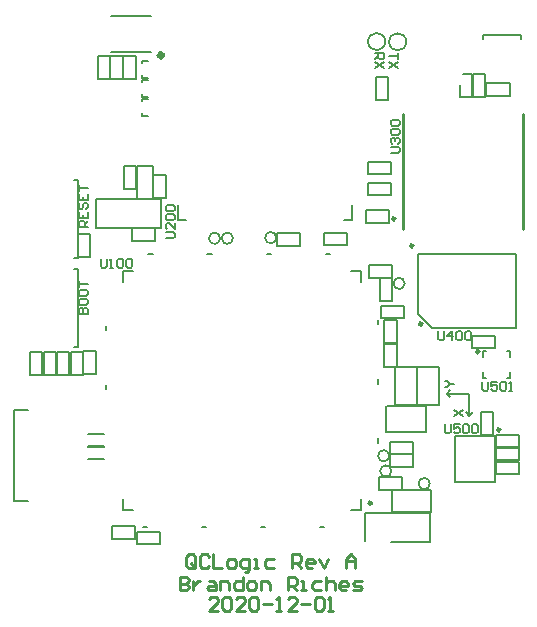
<source format=gto>
G04*
G04 #@! TF.GenerationSoftware,Altium Limited,Altium Designer,19.1.7 (138)*
G04*
G04 Layer_Color=65535*
%FSLAX44Y44*%
%MOMM*%
G71*
G01*
G75*
%ADD10C,0.1500*%
%ADD11C,0.5000*%
%ADD12C,0.1524*%
%ADD13C,0.3000*%
%ADD14C,0.1778*%
%ADD15C,0.2540*%
D10*
X225000Y93500D02*
G03*
X225000Y93500I-4750J0D01*
G01*
X236250Y252250D02*
G03*
X236250Y252250I-4750J0D01*
G01*
X223238Y106326D02*
G03*
X223238Y106326I-4750J0D01*
G01*
X257480Y82804D02*
G03*
X257480Y82804I-4750J0D01*
G01*
X127500Y291000D02*
G03*
X127500Y291000I-4750J0D01*
G01*
X90750Y290500D02*
G03*
X90750Y290500I-4750J0D01*
G01*
X80000D02*
G03*
X80000Y290500I-4750J0D01*
G01*
D11*
X31164Y445500D02*
G03*
X31164Y445500I-1414J0D01*
G01*
D12*
X219770Y457000D02*
G03*
X219770Y457000I-7270J0D01*
G01*
X237520Y456750D02*
G03*
X237520Y456750I-7270J0D01*
G01*
X282740Y409990D02*
Y420250D01*
X285750Y429510D02*
X293260D01*
X-30070Y274720D02*
Y294240D01*
X-40590Y294240D02*
X-30070Y294240D01*
X-40590Y274720D02*
X-30070Y274720D01*
X-40590Y274720D02*
Y294240D01*
X247725Y226000D02*
Y277242D01*
Y226000D02*
X258967Y214758D01*
X330275D01*
X9221Y351530D02*
X23279D01*
X9219Y323970D02*
X23278D01*
X23279D02*
Y351530D01*
X9219Y323970D02*
Y351530D01*
X224720Y33721D02*
X257280D01*
Y52278D01*
X202720Y58278D02*
X235280D01*
X202720Y39722D02*
Y58278D01*
Y34500D02*
Y39722D01*
X257280Y52278D02*
Y58278D01*
X235280D02*
X257280D01*
X-3030Y299221D02*
X29530D01*
Y317778D01*
X-25030Y323778D02*
X7530D01*
X-25030Y305222D02*
Y323778D01*
Y299221D02*
Y305222D01*
Y299221D02*
X-3030D01*
X29530Y317778D02*
Y323778D01*
X7530D02*
X29530D01*
X-12250Y478780D02*
X21750D01*
X-12250Y448220D02*
X21750D01*
X246640Y149260D02*
Y181820D01*
Y149260D02*
X265197D01*
X246640Y181820D02*
X265197D01*
Y149260D02*
Y181820D01*
X227868Y149260D02*
Y181820D01*
Y149260D02*
X246425D01*
X227868Y181820D02*
X246425D01*
Y149260D02*
Y181820D01*
X225720Y58721D02*
X258280D01*
Y77278D01*
X225720Y58721D02*
Y77278D01*
X258280D01*
X8510Y425490D02*
Y445010D01*
X-2010Y445010D02*
X8510Y445010D01*
X-2010Y425490D02*
X8510Y425490D01*
X-2010Y425490D02*
Y445010D01*
X-13240Y425490D02*
Y445010D01*
X-23760Y445010D02*
X-13240Y445010D01*
X-23760Y425490D02*
X-13240Y425490D01*
X-23760Y425490D02*
Y445010D01*
X-2365Y425490D02*
Y445010D01*
X-12885Y445010D02*
X-2365Y445010D01*
X-12885Y425490D02*
X-2365Y425490D01*
X-12885Y425490D02*
Y445010D01*
X-80952Y174898D02*
Y194418D01*
Y174898D02*
X-70432Y174898D01*
X-80952Y194418D02*
X-70432Y194418D01*
Y174898D02*
Y194418D01*
X-46686Y174898D02*
Y194418D01*
Y174898D02*
X-36166Y174898D01*
X-46686Y194418D02*
X-36166Y194418D01*
Y174898D02*
Y194418D01*
X-59010Y174898D02*
Y194418D01*
X-69530Y194418D02*
X-59010Y194418D01*
X-69530Y174898D02*
X-59010Y174898D01*
X-69530Y174898D02*
Y194418D01*
X-47588Y174898D02*
Y194418D01*
X-58108Y194418D02*
X-47588Y194418D01*
X-58108Y174898D02*
X-47588Y174898D01*
X-58108Y174898D02*
Y194418D01*
X223666Y107754D02*
X243186D01*
X243186Y118274D02*
X243186Y107754D01*
X223666Y118274D02*
X223666Y107754D01*
X223666Y118274D02*
X243186D01*
X223492Y97106D02*
X243012D01*
X243012Y107626D02*
X243012Y97106D01*
X223492Y107626D02*
X223492Y97106D01*
X223492Y107626D02*
X243012D01*
X214240Y77490D02*
X233760D01*
X233760Y88010D02*
X233760Y77490D01*
X214240Y88010D02*
X214240Y77490D01*
X214240Y88010D02*
X233760D01*
X293260Y409990D02*
Y429510D01*
X282740Y409990D02*
X293260Y409990D01*
X5490Y288490D02*
X25010D01*
X25010Y299010D02*
X25010Y288490D01*
X5490Y299010D02*
X5490Y288490D01*
X5490Y299010D02*
X25010D01*
X128372Y294752D02*
X147892D01*
X128372D02*
X128372Y284232D01*
X147892Y294752D02*
X147892Y284232D01*
X128372D02*
X147892D01*
X205100Y344938D02*
X224620D01*
X224620Y355458D02*
X224620Y344938D01*
X205100Y355458D02*
X205100Y344938D01*
X205100Y355458D02*
X224620D01*
X205240Y337260D02*
X224760D01*
X205240D02*
X205240Y326740D01*
X224760Y337260D02*
X224760Y326740D01*
X205240D02*
X224760D01*
X167558Y284490D02*
X187078D01*
X187078Y295010D02*
X187078Y284490D01*
X167558Y295010D02*
X167558Y284490D01*
X167558Y295010D02*
X187078D01*
X222260Y407740D02*
Y427260D01*
X211740Y427260D02*
X222260Y427260D01*
X211740Y407740D02*
X222260Y407740D01*
X211740Y407740D02*
Y427260D01*
X-1510Y331990D02*
Y351510D01*
Y331990D02*
X9010Y331990D01*
X-1510Y351510D02*
X9010Y351510D01*
Y331990D02*
Y351510D01*
X9240Y42010D02*
X28760D01*
X9240D02*
X9240Y31490D01*
X28760Y42010D02*
X28760Y31490D01*
X9240D02*
X28760D01*
X-11260Y36240D02*
X8260D01*
X8260Y46760D02*
X8260Y36240D01*
X-11260Y46760D02*
X-11260Y36240D01*
X-11260Y46760D02*
X8260D01*
X-32000Y103264D02*
X-18000D01*
X-32000Y113784D02*
X-18000D01*
X-32000Y114264D02*
X-18000D01*
X-32000Y124784D02*
X-18000D01*
X206240Y256990D02*
X225760D01*
X225760Y267510D02*
X225760Y256990D01*
X206240Y267510D02*
X206240Y256990D01*
X206240Y267510D02*
X225760D01*
X305490Y421760D02*
X325010D01*
X305490D02*
X305490Y411240D01*
X325010Y421760D02*
X325010Y411240D01*
X305490D02*
X325010D01*
X214990Y236990D02*
Y256510D01*
Y236990D02*
X225510Y236990D01*
X214990Y256510D02*
X225510Y256510D01*
Y236990D02*
Y256510D01*
X218990Y201740D02*
Y221260D01*
Y201740D02*
X229510Y201740D01*
X218990Y221260D02*
X229510Y221260D01*
Y201740D02*
Y221260D01*
Y181740D02*
Y201260D01*
X218990Y201260D02*
X229510Y201260D01*
X218990Y181740D02*
X229510Y181740D01*
X218990Y181740D02*
Y201260D01*
X293516Y197178D02*
X313036D01*
X313036Y207698D02*
X313036Y197178D01*
X293516Y207698D02*
X293516Y197178D01*
X293516Y207698D02*
X313036D01*
X313740Y101260D02*
X333260D01*
X313740D02*
X313740Y90740D01*
X333260Y101260D02*
X333260Y90740D01*
X313740D02*
X333260D01*
X313740Y113490D02*
X333260D01*
X333260Y124010D02*
X333260Y113490D01*
X313740Y124010D02*
X313740Y113490D01*
X313740Y124010D02*
X333260D01*
X311010Y124240D02*
Y143760D01*
X300490Y143760D02*
X311010Y143760D01*
X300490Y124240D02*
X311010Y124240D01*
X300490Y124240D02*
Y143760D01*
X313740Y102740D02*
X333260D01*
X333260Y113260D02*
X333260Y102740D01*
X313740Y113260D02*
X313740Y102740D01*
X313740Y113260D02*
X333260D01*
X304530Y409970D02*
Y429490D01*
X294010Y429490D02*
X304530Y429490D01*
X294010Y409970D02*
X304530Y409970D01*
X294010Y409970D02*
Y429490D01*
X203068Y314056D02*
X222588D01*
X203068D02*
X203068Y303536D01*
X222588Y314056D02*
X222588Y303536D01*
X203068D02*
X222588D01*
X23490Y324240D02*
Y343760D01*
Y324240D02*
X34010Y324240D01*
X23490Y343760D02*
X34010Y343760D01*
Y324240D02*
Y343760D01*
X216490Y222740D02*
X236010D01*
X236010Y233260D02*
X236010Y222740D01*
X216490Y233260D02*
X216490Y222740D01*
X216490Y233260D02*
X236010D01*
X-25490Y175240D02*
Y194760D01*
X-36010Y194760D02*
X-25490Y194760D01*
X-36010Y175240D02*
X-25490Y175240D01*
X-36010Y175240D02*
Y194760D01*
X14166Y394261D02*
X19142D01*
X14166Y406732D02*
Y408739D01*
X19142D01*
X14166Y394261D02*
Y396268D01*
Y410386D02*
X19142D01*
X14166Y422857D02*
Y424864D01*
X19142D01*
X14166Y410386D02*
Y412393D01*
Y426511D02*
X19142D01*
X14166Y438982D02*
Y440989D01*
X19142D01*
X14166Y426511D02*
Y428518D01*
X302133Y195453D02*
X305002D01*
X302133Y171831D02*
X305002D01*
X325755D02*
Y177200D01*
X322886Y195453D02*
X325755D01*
X302133Y190084D02*
Y195453D01*
Y171831D02*
Y177200D01*
X322886Y171831D02*
X325755D01*
Y190084D02*
Y195453D01*
X247725Y277242D02*
X330275D01*
Y214758D02*
Y277242D01*
X247725Y226000D02*
X258967Y214758D01*
X247725Y226000D02*
X248995Y224730D01*
X-94820Y145485D02*
X-82526D01*
X-94820Y68015D02*
X-82526D01*
X-94820D02*
Y145485D01*
X334756Y459382D02*
Y462264D01*
X302244Y459382D02*
Y462264D01*
X334756D01*
D13*
X243250Y284250D02*
G03*
X243250Y284250I-1000J0D01*
G01*
X316750Y128500D02*
G03*
X316750Y128500I-1000J0D01*
G01*
X299072Y194642D02*
G03*
X299072Y194642I-1000J0D01*
G01*
X250750Y218000D02*
G03*
X250750Y218000I-1000J0D01*
G01*
X208000Y66250D02*
G03*
X208000Y66250I-1000J0D01*
G01*
X227822Y307086D02*
G03*
X227822Y307086I-1000J0D01*
G01*
D14*
X272000Y159000D02*
X291000D01*
X272000D02*
X275000Y156000D01*
X272000Y159000D02*
X275000Y162000D01*
X291000Y140000D02*
Y159000D01*
Y140000D02*
X294000Y143000D01*
X288000D02*
X291000Y140000D01*
X220646Y126600D02*
Y148600D01*
X220900Y148854D02*
X253900D01*
X220900Y126346D02*
X253900D01*
X254154Y126600D02*
Y148600D01*
X279000Y123004D02*
X313000D01*
X279000Y84750D02*
Y122750D01*
Y84496D02*
X313000D01*
Y84750D02*
Y122750D01*
X191690Y306010D02*
Y318495D01*
X184990Y306010D02*
X191690D01*
X44370D02*
Y319045D01*
Y306010D02*
X50750D01*
X164250Y46250D02*
X167750D01*
X114250D02*
X117750D01*
X64250D02*
X67750D01*
X14250D02*
X17750D01*
X-17000Y162500D02*
Y166000D01*
Y212500D02*
Y216000D01*
X19250Y277250D02*
X22750D01*
X69250D02*
X72750D01*
X119250D02*
X122750D01*
X169250D02*
X172750D01*
X214000Y217500D02*
Y221000D01*
Y167500D02*
Y171000D01*
Y117500D02*
Y121000D01*
X-2500Y60750D02*
Y69750D01*
Y60750D02*
X6500D01*
X-2500Y262750D02*
X6500D01*
X-2500Y253750D02*
Y262750D01*
X199500Y253750D02*
Y262750D01*
X190500D02*
X199500D01*
Y60750D02*
Y69750D01*
X190500Y60750D02*
X199500D01*
X-43746Y273764D02*
X-40746D01*
Y322764D01*
Y339764D01*
X-43746D02*
X-40746D01*
X-43746Y198580D02*
X-40746D01*
Y247580D01*
Y264580D01*
X-43746D02*
X-40746D01*
X270604Y164778D02*
X271874D01*
X274413Y167317D01*
X271874Y169856D01*
X270604D01*
X274413Y167317D02*
X278222D01*
X277605Y139778D02*
X285222Y144856D01*
X277605D02*
X285222Y139778D01*
X-32028Y300278D02*
X-39646D01*
Y304087D01*
X-38376Y305356D01*
X-35837D01*
X-34567Y304087D01*
Y300278D01*
Y302817D02*
X-32028Y305356D01*
X-39646Y312974D02*
Y307896D01*
X-32028D01*
Y312974D01*
X-35837Y307896D02*
Y310435D01*
X-38376Y320591D02*
X-39646Y319322D01*
Y316783D01*
X-38376Y315513D01*
X-37106D01*
X-35837Y316783D01*
Y319322D01*
X-34567Y320591D01*
X-33298D01*
X-32028Y319322D01*
Y316783D01*
X-33298Y315513D01*
X-39646Y328209D02*
Y323131D01*
X-32028D01*
Y328209D01*
X-35837Y323131D02*
Y325670D01*
X-39646Y330748D02*
Y335826D01*
Y333287D01*
X-32028D01*
X230395Y447222D02*
Y442144D01*
Y444683D01*
X222778D01*
X230395Y439604D02*
X222778Y434526D01*
X230395D02*
X222778Y439604D01*
X211278Y447222D02*
X218895D01*
Y443413D01*
X217626Y442144D01*
X215087D01*
X213817Y443413D01*
Y447222D01*
Y444683D02*
X211278Y442144D01*
X218895Y439604D02*
X211278Y434526D01*
X218895D02*
X211278Y439604D01*
X-39896Y226528D02*
X-32278D01*
Y230337D01*
X-33548Y231606D01*
X-34817D01*
X-36087Y230337D01*
Y226528D01*
Y230337D01*
X-37356Y231606D01*
X-38626D01*
X-39896Y230337D01*
Y226528D01*
Y237954D02*
Y235415D01*
X-38626Y234146D01*
X-33548D01*
X-32278Y235415D01*
Y237954D01*
X-33548Y239224D01*
X-38626D01*
X-39896Y237954D01*
Y245572D02*
Y243033D01*
X-38626Y241763D01*
X-33548D01*
X-32278Y243033D01*
Y245572D01*
X-33548Y246841D01*
X-38626D01*
X-39896Y245572D01*
Y249381D02*
Y254459D01*
Y251920D01*
X-32278D01*
X-21250Y273118D02*
Y266770D01*
X-19980Y265500D01*
X-17441D01*
X-16172Y266770D01*
Y273118D01*
X-13633Y265500D02*
X-11093D01*
X-12363D01*
Y273118D01*
X-13633Y271848D01*
X-7285D02*
X-6015Y273118D01*
X-3476D01*
X-2206Y271848D01*
Y266770D01*
X-3476Y265500D01*
X-6015D01*
X-7285Y266770D01*
Y271848D01*
X333D02*
X1603Y273118D01*
X4142D01*
X5411Y271848D01*
Y266770D01*
X4142Y265500D01*
X1603D01*
X333Y266770D01*
Y271848D01*
X302000Y168867D02*
Y162520D01*
X303270Y161250D01*
X305809D01*
X307078Y162520D01*
Y168867D01*
X314696D02*
X309618D01*
Y165059D01*
X312157Y166328D01*
X313426D01*
X314696Y165059D01*
Y162520D01*
X313426Y161250D01*
X310887D01*
X309618Y162520D01*
X317235Y167598D02*
X318505Y168867D01*
X321044D01*
X322313Y167598D01*
Y162520D01*
X321044Y161250D01*
X318505D01*
X317235Y162520D01*
Y167598D01*
X324853Y161250D02*
X327392D01*
X326122D01*
Y168867D01*
X324853Y167598D01*
X270250Y132867D02*
Y126520D01*
X271520Y125250D01*
X274059D01*
X275328Y126520D01*
Y132867D01*
X282946D02*
X277868D01*
Y129059D01*
X280407Y130328D01*
X281676D01*
X282946Y129059D01*
Y126520D01*
X281676Y125250D01*
X279137D01*
X277868Y126520D01*
X285485Y131598D02*
X286755Y132867D01*
X289294D01*
X290563Y131598D01*
Y126520D01*
X289294Y125250D01*
X286755D01*
X285485Y126520D01*
Y131598D01*
X293103D02*
X294372Y132867D01*
X296911D01*
X298181Y131598D01*
Y126520D01*
X296911Y125250D01*
X294372D01*
X293103Y126520D01*
Y131598D01*
X224382Y362750D02*
X230730D01*
X232000Y364020D01*
Y366559D01*
X230730Y367828D01*
X224382D01*
X225652Y370368D02*
X224382Y371637D01*
Y374176D01*
X225652Y375446D01*
X226922D01*
X228191Y374176D01*
Y372907D01*
Y374176D01*
X229461Y375446D01*
X230730D01*
X232000Y374176D01*
Y371637D01*
X230730Y370368D01*
X225652Y377985D02*
X224382Y379255D01*
Y381794D01*
X225652Y383063D01*
X230730D01*
X232000Y381794D01*
Y379255D01*
X230730Y377985D01*
X225652D01*
Y385603D02*
X224382Y386872D01*
Y389411D01*
X225652Y390681D01*
X230730D01*
X232000Y389411D01*
Y386872D01*
X230730Y385603D01*
X225652D01*
X264750Y211618D02*
Y205270D01*
X266020Y204000D01*
X268559D01*
X269828Y205270D01*
Y211618D01*
X276176Y204000D02*
Y211618D01*
X272367Y207809D01*
X277446D01*
X279985Y210348D02*
X281255Y211618D01*
X283794D01*
X285063Y210348D01*
Y205270D01*
X283794Y204000D01*
X281255D01*
X279985Y205270D01*
Y210348D01*
X287603D02*
X288872Y211618D01*
X291411D01*
X292681Y210348D01*
Y205270D01*
X291411Y204000D01*
X288872D01*
X287603Y205270D01*
Y210348D01*
X34132Y290500D02*
X40480D01*
X41750Y291770D01*
Y294309D01*
X40480Y295578D01*
X34132D01*
X41750Y303196D02*
Y298118D01*
X36672Y303196D01*
X35402D01*
X34132Y301926D01*
Y299387D01*
X35402Y298118D01*
Y305735D02*
X34132Y307005D01*
Y309544D01*
X35402Y310813D01*
X40480D01*
X41750Y309544D01*
Y307005D01*
X40480Y305735D01*
X35402D01*
Y313353D02*
X34132Y314622D01*
Y317161D01*
X35402Y318431D01*
X40480D01*
X41750Y317161D01*
Y314622D01*
X40480Y313353D01*
X35402D01*
D15*
X336000Y298500D02*
Y395500D01*
X235000Y298500D02*
Y395500D01*
X59035Y13253D02*
Y20871D01*
X57131Y22775D01*
X53322D01*
X51418Y20871D01*
Y13253D01*
X53322Y11349D01*
X57131D01*
X55227Y15158D02*
X59035Y11349D01*
X57131D02*
X59035Y13253D01*
X70462Y20871D02*
X68557Y22775D01*
X64749D01*
X62844Y20871D01*
Y13253D01*
X64749Y11349D01*
X68557D01*
X70462Y13253D01*
X74270Y22775D02*
Y11349D01*
X81888D01*
X87601D02*
X91410D01*
X93314Y13253D01*
Y17062D01*
X91410Y18966D01*
X87601D01*
X85697Y17062D01*
Y13253D01*
X87601Y11349D01*
X100932Y7540D02*
X102836D01*
X104741Y9444D01*
Y18966D01*
X99027D01*
X97123Y17062D01*
Y13253D01*
X99027Y11349D01*
X104741D01*
X108549D02*
X112358D01*
X110454D01*
Y18966D01*
X108549D01*
X125689D02*
X119976D01*
X118071Y17062D01*
Y13253D01*
X119976Y11349D01*
X125689D01*
X140924D02*
Y22775D01*
X146637D01*
X148541Y20871D01*
Y17062D01*
X146637Y15158D01*
X140924D01*
X144733D02*
X148541Y11349D01*
X158063D02*
X154255D01*
X152350Y13253D01*
Y17062D01*
X154255Y18966D01*
X158063D01*
X159968Y17062D01*
Y15158D01*
X152350D01*
X163777Y18966D02*
X167585Y11349D01*
X171394Y18966D01*
X186629Y11349D02*
Y18966D01*
X190438Y22775D01*
X194247Y18966D01*
Y11349D01*
Y17062D01*
X186629D01*
X78079Y-24713D02*
X70462D01*
X78079Y-17096D01*
Y-15191D01*
X76175Y-13287D01*
X72366D01*
X70462Y-15191D01*
X81888D02*
X83792Y-13287D01*
X87601D01*
X89506Y-15191D01*
Y-22809D01*
X87601Y-24713D01*
X83792D01*
X81888Y-22809D01*
Y-15191D01*
X100932Y-24713D02*
X93314D01*
X100932Y-17096D01*
Y-15191D01*
X99027Y-13287D01*
X95219D01*
X93314Y-15191D01*
X104741D02*
X106645Y-13287D01*
X110454D01*
X112358Y-15191D01*
Y-22809D01*
X110454Y-24713D01*
X106645D01*
X104741Y-22809D01*
Y-15191D01*
X116167Y-19000D02*
X123785D01*
X127593Y-24713D02*
X131402D01*
X129498D01*
Y-13287D01*
X127593Y-15191D01*
X144733Y-24713D02*
X137115D01*
X144733Y-17096D01*
Y-15191D01*
X142828Y-13287D01*
X139020D01*
X137115Y-15191D01*
X148541Y-19000D02*
X156159D01*
X159968Y-15191D02*
X161872Y-13287D01*
X165681D01*
X167585Y-15191D01*
Y-22809D01*
X165681Y-24713D01*
X161872D01*
X159968Y-22809D01*
Y-15191D01*
X171394Y-24713D02*
X175203D01*
X173298D01*
Y-13287D01*
X171394Y-15191D01*
X45705Y3713D02*
Y-7713D01*
X51418D01*
X53322Y-5809D01*
Y-3904D01*
X51418Y-2000D01*
X45705D01*
X51418D01*
X53322Y-96D01*
Y1809D01*
X51418Y3713D01*
X45705D01*
X57131Y-96D02*
Y-7713D01*
Y-3904D01*
X59035Y-2000D01*
X60940Y-96D01*
X62844D01*
X70462D02*
X74270D01*
X76175Y-2000D01*
Y-7713D01*
X70462D01*
X68557Y-5809D01*
X70462Y-3904D01*
X76175D01*
X79984Y-7713D02*
Y-96D01*
X85697D01*
X87601Y-2000D01*
Y-7713D01*
X99027Y3713D02*
Y-7713D01*
X93314D01*
X91410Y-5809D01*
Y-2000D01*
X93314Y-96D01*
X99027D01*
X104741Y-7713D02*
X108549D01*
X110454Y-5809D01*
Y-2000D01*
X108549Y-96D01*
X104741D01*
X102836Y-2000D01*
Y-5809D01*
X104741Y-7713D01*
X114263D02*
Y-96D01*
X119976D01*
X121880Y-2000D01*
Y-7713D01*
X137115D02*
Y3713D01*
X142828D01*
X144733Y1809D01*
Y-2000D01*
X142828Y-3904D01*
X137115D01*
X140924D02*
X144733Y-7713D01*
X148541D02*
X152350D01*
X150446D01*
Y-96D01*
X148541D01*
X165681D02*
X159968D01*
X158063Y-2000D01*
Y-5809D01*
X159968Y-7713D01*
X165681D01*
X169490Y3713D02*
Y-7713D01*
Y-2000D01*
X171394Y-96D01*
X175203D01*
X177107Y-2000D01*
Y-7713D01*
X186629D02*
X182820D01*
X180916Y-5809D01*
Y-2000D01*
X182820Y-96D01*
X186629D01*
X188534Y-2000D01*
Y-3904D01*
X180916D01*
X192342Y-7713D02*
X198055D01*
X199960Y-5809D01*
X198055Y-3904D01*
X194247D01*
X192342Y-2000D01*
X194247Y-96D01*
X199960D01*
M02*

</source>
